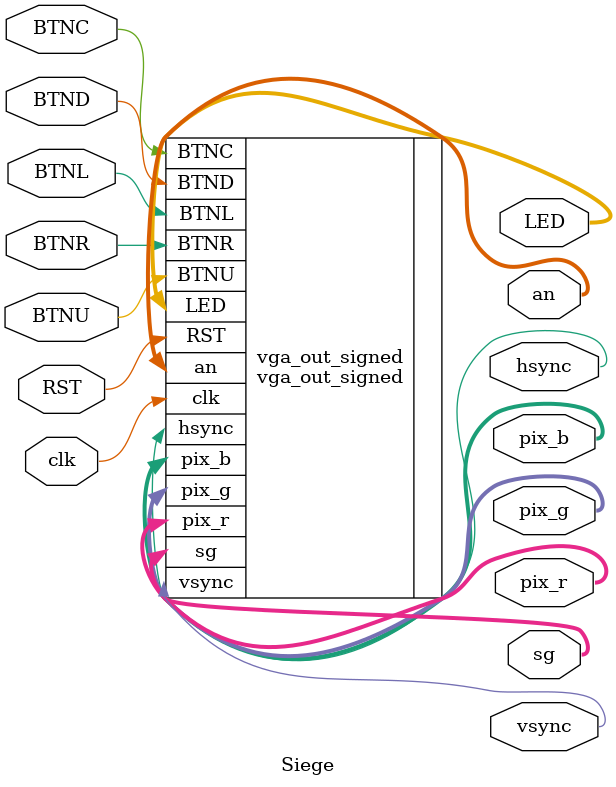
<source format=sv>

module Siege
(
    input         clk,
    input         BTNU,
    input         BTND,
    input         BTNL,
    input         BTNR,
    input         BTNC,
    input         RST,
    output [ 3:0] pix_r,
    output [ 3:0] pix_g,
    output [ 3:0] pix_b,
    output        hsync,
    output        vsync,
    output [ 6:0] sg,
    output [ 7:0] an,
    output [15:0] LED,
);

vga_out_signed vga_out_signed
(
    .clk(clk),
    .BTNU(BTNU),
    .BTND(BTND),
    .BTNL(BTNL),
    .BTNR(BTNR),
    .BTNC(BTNC),
    .RST(RST),
    .pix_r(pix_r),
    .pix_g(pix_g),
    .pix_b(pix_b),
    .hsync(hsync),
    .vsync(vsync),
    .sg(sg),
    .an(an),
    .LED(LED)
);

// vga_out vga_out
// (
//     .clk(clk),
//     .BTNU(BTNU),
//     .BTND(BTND),
//     .BTNL(BTNL),
//     .BTNR(BTNR),
//     .BTNC(BTNC),
//     .pix_r(pix_r),
//     .pix_g(pix_g),
//     .pix_b(pix_b),
//     .hsync(hsync),
//     .vsync(vsync),
//     .sg(sg),
//     .an(an),
//     .LED(LED)
// );

endmodule
</source>
